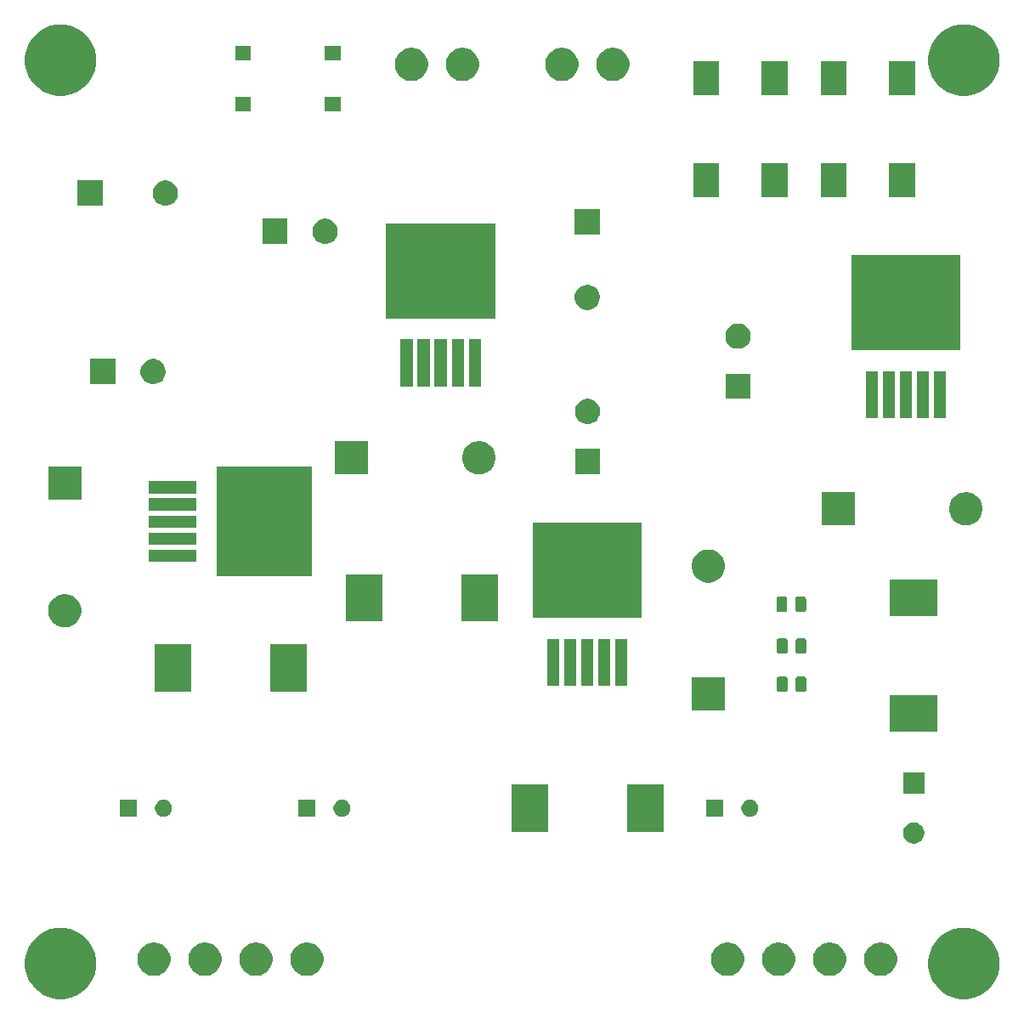
<source format=gbr>
G04 #@! TF.GenerationSoftware,KiCad,Pcbnew,(5.1.5)-3*
G04 #@! TF.CreationDate,2020-04-21T19:46:43+02:00*
G04 #@! TF.ProjectId,PowerSupply_v2,506f7765-7253-4757-9070-6c795f76322e,rev?*
G04 #@! TF.SameCoordinates,Original*
G04 #@! TF.FileFunction,Soldermask,Top*
G04 #@! TF.FilePolarity,Negative*
%FSLAX46Y46*%
G04 Gerber Fmt 4.6, Leading zero omitted, Abs format (unit mm)*
G04 Created by KiCad (PCBNEW (5.1.5)-3) date 2020-04-21 19:46:43*
%MOMM*%
%LPD*%
G04 APERTURE LIST*
%ADD10C,0.100000*%
G04 APERTURE END LIST*
D10*
G36*
X196035787Y-141585462D02*
G01*
X196035790Y-141585463D01*
X196035789Y-141585463D01*
X196682029Y-141853144D01*
X197263631Y-142241758D01*
X197758242Y-142736369D01*
X198146856Y-143317971D01*
X198146856Y-143317972D01*
X198414538Y-143964213D01*
X198551000Y-144650256D01*
X198551000Y-145349744D01*
X198414538Y-146035787D01*
X198361181Y-146164603D01*
X198146856Y-146682029D01*
X197758242Y-147263631D01*
X197263631Y-147758242D01*
X196682029Y-148146856D01*
X196225068Y-148336135D01*
X196035787Y-148414538D01*
X195349744Y-148551000D01*
X194650256Y-148551000D01*
X193964213Y-148414538D01*
X193774932Y-148336135D01*
X193317971Y-148146856D01*
X192736369Y-147758242D01*
X192241758Y-147263631D01*
X191853144Y-146682029D01*
X191638819Y-146164603D01*
X191585462Y-146035787D01*
X191449000Y-145349744D01*
X191449000Y-144650256D01*
X191585462Y-143964213D01*
X191853144Y-143317972D01*
X191853144Y-143317971D01*
X192241758Y-142736369D01*
X192736369Y-142241758D01*
X193317971Y-141853144D01*
X193964211Y-141585463D01*
X193964210Y-141585463D01*
X193964213Y-141585462D01*
X194650256Y-141449000D01*
X195349744Y-141449000D01*
X196035787Y-141585462D01*
G37*
G36*
X106035787Y-141585462D02*
G01*
X106035790Y-141585463D01*
X106035789Y-141585463D01*
X106682029Y-141853144D01*
X107263631Y-142241758D01*
X107758242Y-142736369D01*
X108146856Y-143317971D01*
X108146856Y-143317972D01*
X108414538Y-143964213D01*
X108551000Y-144650256D01*
X108551000Y-145349744D01*
X108414538Y-146035787D01*
X108361181Y-146164603D01*
X108146856Y-146682029D01*
X107758242Y-147263631D01*
X107263631Y-147758242D01*
X106682029Y-148146856D01*
X106225068Y-148336135D01*
X106035787Y-148414538D01*
X105349744Y-148551000D01*
X104650256Y-148551000D01*
X103964213Y-148414538D01*
X103774932Y-148336135D01*
X103317971Y-148146856D01*
X102736369Y-147758242D01*
X102241758Y-147263631D01*
X101853144Y-146682029D01*
X101638819Y-146164603D01*
X101585462Y-146035787D01*
X101449000Y-145349744D01*
X101449000Y-144650256D01*
X101585462Y-143964213D01*
X101853144Y-143317972D01*
X101853144Y-143317971D01*
X102241758Y-142736369D01*
X102736369Y-142241758D01*
X103317971Y-141853144D01*
X103964211Y-141585463D01*
X103964210Y-141585463D01*
X103964213Y-141585462D01*
X104650256Y-141449000D01*
X105349744Y-141449000D01*
X106035787Y-141585462D01*
G37*
G36*
X187065256Y-142968348D02*
G01*
X187171579Y-142989497D01*
X187472042Y-143113953D01*
X187742451Y-143294635D01*
X187972415Y-143524599D01*
X187972416Y-143524601D01*
X188153098Y-143795010D01*
X188277553Y-144095472D01*
X188341000Y-144414439D01*
X188341000Y-144739661D01*
X188277553Y-145058628D01*
X188156970Y-145349743D01*
X188153097Y-145359092D01*
X187972415Y-145629501D01*
X187742451Y-145859465D01*
X187472042Y-146040147D01*
X187171579Y-146164603D01*
X187065256Y-146185752D01*
X186852611Y-146228050D01*
X186527389Y-146228050D01*
X186314744Y-146185752D01*
X186208421Y-146164603D01*
X185907958Y-146040147D01*
X185637549Y-145859465D01*
X185407585Y-145629501D01*
X185226903Y-145359092D01*
X185223031Y-145349743D01*
X185102447Y-145058628D01*
X185039000Y-144739661D01*
X185039000Y-144414439D01*
X185102447Y-144095472D01*
X185226902Y-143795010D01*
X185407584Y-143524601D01*
X185407585Y-143524599D01*
X185637549Y-143294635D01*
X185907958Y-143113953D01*
X186208421Y-142989497D01*
X186314744Y-142968348D01*
X186527389Y-142926050D01*
X186852611Y-142926050D01*
X187065256Y-142968348D01*
G37*
G36*
X176905256Y-142968348D02*
G01*
X177011579Y-142989497D01*
X177312042Y-143113953D01*
X177582451Y-143294635D01*
X177812415Y-143524599D01*
X177812416Y-143524601D01*
X177993098Y-143795010D01*
X178117553Y-144095472D01*
X178181000Y-144414439D01*
X178181000Y-144739661D01*
X178117553Y-145058628D01*
X177996970Y-145349743D01*
X177993097Y-145359092D01*
X177812415Y-145629501D01*
X177582451Y-145859465D01*
X177312042Y-146040147D01*
X177011579Y-146164603D01*
X176905256Y-146185752D01*
X176692611Y-146228050D01*
X176367389Y-146228050D01*
X176154744Y-146185752D01*
X176048421Y-146164603D01*
X175747958Y-146040147D01*
X175477549Y-145859465D01*
X175247585Y-145629501D01*
X175066903Y-145359092D01*
X175063031Y-145349743D01*
X174942447Y-145058628D01*
X174879000Y-144739661D01*
X174879000Y-144414439D01*
X174942447Y-144095472D01*
X175066902Y-143795010D01*
X175247584Y-143524601D01*
X175247585Y-143524599D01*
X175477549Y-143294635D01*
X175747958Y-143113953D01*
X176048421Y-142989497D01*
X176154744Y-142968348D01*
X176367389Y-142926050D01*
X176692611Y-142926050D01*
X176905256Y-142968348D01*
G37*
G36*
X129915256Y-142968348D02*
G01*
X130021579Y-142989497D01*
X130322042Y-143113953D01*
X130592451Y-143294635D01*
X130822415Y-143524599D01*
X130822416Y-143524601D01*
X131003098Y-143795010D01*
X131127553Y-144095472D01*
X131191000Y-144414439D01*
X131191000Y-144739661D01*
X131127553Y-145058628D01*
X131006970Y-145349743D01*
X131003097Y-145359092D01*
X130822415Y-145629501D01*
X130592451Y-145859465D01*
X130322042Y-146040147D01*
X130021579Y-146164603D01*
X129915256Y-146185752D01*
X129702611Y-146228050D01*
X129377389Y-146228050D01*
X129164744Y-146185752D01*
X129058421Y-146164603D01*
X128757958Y-146040147D01*
X128487549Y-145859465D01*
X128257585Y-145629501D01*
X128076903Y-145359092D01*
X128073031Y-145349743D01*
X127952447Y-145058628D01*
X127889000Y-144739661D01*
X127889000Y-144414439D01*
X127952447Y-144095472D01*
X128076902Y-143795010D01*
X128257584Y-143524601D01*
X128257585Y-143524599D01*
X128487549Y-143294635D01*
X128757958Y-143113953D01*
X129058421Y-142989497D01*
X129164744Y-142968348D01*
X129377389Y-142926050D01*
X129702611Y-142926050D01*
X129915256Y-142968348D01*
G37*
G36*
X124835256Y-142968348D02*
G01*
X124941579Y-142989497D01*
X125242042Y-143113953D01*
X125512451Y-143294635D01*
X125742415Y-143524599D01*
X125742416Y-143524601D01*
X125923098Y-143795010D01*
X126047553Y-144095472D01*
X126111000Y-144414439D01*
X126111000Y-144739661D01*
X126047553Y-145058628D01*
X125926970Y-145349743D01*
X125923097Y-145359092D01*
X125742415Y-145629501D01*
X125512451Y-145859465D01*
X125242042Y-146040147D01*
X124941579Y-146164603D01*
X124835256Y-146185752D01*
X124622611Y-146228050D01*
X124297389Y-146228050D01*
X124084744Y-146185752D01*
X123978421Y-146164603D01*
X123677958Y-146040147D01*
X123407549Y-145859465D01*
X123177585Y-145629501D01*
X122996903Y-145359092D01*
X122993031Y-145349743D01*
X122872447Y-145058628D01*
X122809000Y-144739661D01*
X122809000Y-144414439D01*
X122872447Y-144095472D01*
X122996902Y-143795010D01*
X123177584Y-143524601D01*
X123177585Y-143524599D01*
X123407549Y-143294635D01*
X123677958Y-143113953D01*
X123978421Y-142989497D01*
X124084744Y-142968348D01*
X124297389Y-142926050D01*
X124622611Y-142926050D01*
X124835256Y-142968348D01*
G37*
G36*
X114675256Y-142968348D02*
G01*
X114781579Y-142989497D01*
X115082042Y-143113953D01*
X115352451Y-143294635D01*
X115582415Y-143524599D01*
X115582416Y-143524601D01*
X115763098Y-143795010D01*
X115887553Y-144095472D01*
X115951000Y-144414439D01*
X115951000Y-144739661D01*
X115887553Y-145058628D01*
X115766970Y-145349743D01*
X115763097Y-145359092D01*
X115582415Y-145629501D01*
X115352451Y-145859465D01*
X115082042Y-146040147D01*
X114781579Y-146164603D01*
X114675256Y-146185752D01*
X114462611Y-146228050D01*
X114137389Y-146228050D01*
X113924744Y-146185752D01*
X113818421Y-146164603D01*
X113517958Y-146040147D01*
X113247549Y-145859465D01*
X113017585Y-145629501D01*
X112836903Y-145359092D01*
X112833031Y-145349743D01*
X112712447Y-145058628D01*
X112649000Y-144739661D01*
X112649000Y-144414439D01*
X112712447Y-144095472D01*
X112836902Y-143795010D01*
X113017584Y-143524601D01*
X113017585Y-143524599D01*
X113247549Y-143294635D01*
X113517958Y-143113953D01*
X113818421Y-142989497D01*
X113924744Y-142968348D01*
X114137389Y-142926050D01*
X114462611Y-142926050D01*
X114675256Y-142968348D01*
G37*
G36*
X171825256Y-142968348D02*
G01*
X171931579Y-142989497D01*
X172232042Y-143113953D01*
X172502451Y-143294635D01*
X172732415Y-143524599D01*
X172732416Y-143524601D01*
X172913098Y-143795010D01*
X173037553Y-144095472D01*
X173101000Y-144414439D01*
X173101000Y-144739661D01*
X173037553Y-145058628D01*
X172916970Y-145349743D01*
X172913097Y-145359092D01*
X172732415Y-145629501D01*
X172502451Y-145859465D01*
X172232042Y-146040147D01*
X171931579Y-146164603D01*
X171825256Y-146185752D01*
X171612611Y-146228050D01*
X171287389Y-146228050D01*
X171074744Y-146185752D01*
X170968421Y-146164603D01*
X170667958Y-146040147D01*
X170397549Y-145859465D01*
X170167585Y-145629501D01*
X169986903Y-145359092D01*
X169983031Y-145349743D01*
X169862447Y-145058628D01*
X169799000Y-144739661D01*
X169799000Y-144414439D01*
X169862447Y-144095472D01*
X169986902Y-143795010D01*
X170167584Y-143524601D01*
X170167585Y-143524599D01*
X170397549Y-143294635D01*
X170667958Y-143113953D01*
X170968421Y-142989497D01*
X171074744Y-142968348D01*
X171287389Y-142926050D01*
X171612611Y-142926050D01*
X171825256Y-142968348D01*
G37*
G36*
X181985256Y-142968348D02*
G01*
X182091579Y-142989497D01*
X182392042Y-143113953D01*
X182662451Y-143294635D01*
X182892415Y-143524599D01*
X182892416Y-143524601D01*
X183073098Y-143795010D01*
X183197553Y-144095472D01*
X183261000Y-144414439D01*
X183261000Y-144739661D01*
X183197553Y-145058628D01*
X183076970Y-145349743D01*
X183073097Y-145359092D01*
X182892415Y-145629501D01*
X182662451Y-145859465D01*
X182392042Y-146040147D01*
X182091579Y-146164603D01*
X181985256Y-146185752D01*
X181772611Y-146228050D01*
X181447389Y-146228050D01*
X181234744Y-146185752D01*
X181128421Y-146164603D01*
X180827958Y-146040147D01*
X180557549Y-145859465D01*
X180327585Y-145629501D01*
X180146903Y-145359092D01*
X180143031Y-145349743D01*
X180022447Y-145058628D01*
X179959000Y-144739661D01*
X179959000Y-144414439D01*
X180022447Y-144095472D01*
X180146902Y-143795010D01*
X180327584Y-143524601D01*
X180327585Y-143524599D01*
X180557549Y-143294635D01*
X180827958Y-143113953D01*
X181128421Y-142989497D01*
X181234744Y-142968348D01*
X181447389Y-142926050D01*
X181772611Y-142926050D01*
X181985256Y-142968348D01*
G37*
G36*
X119755256Y-142968348D02*
G01*
X119861579Y-142989497D01*
X120162042Y-143113953D01*
X120432451Y-143294635D01*
X120662415Y-143524599D01*
X120662416Y-143524601D01*
X120843098Y-143795010D01*
X120967553Y-144095472D01*
X121031000Y-144414439D01*
X121031000Y-144739661D01*
X120967553Y-145058628D01*
X120846970Y-145349743D01*
X120843097Y-145359092D01*
X120662415Y-145629501D01*
X120432451Y-145859465D01*
X120162042Y-146040147D01*
X119861579Y-146164603D01*
X119755256Y-146185752D01*
X119542611Y-146228050D01*
X119217389Y-146228050D01*
X119004744Y-146185752D01*
X118898421Y-146164603D01*
X118597958Y-146040147D01*
X118327549Y-145859465D01*
X118097585Y-145629501D01*
X117916903Y-145359092D01*
X117913031Y-145349743D01*
X117792447Y-145058628D01*
X117729000Y-144739661D01*
X117729000Y-144414439D01*
X117792447Y-144095472D01*
X117916902Y-143795010D01*
X118097584Y-143524601D01*
X118097585Y-143524599D01*
X118327549Y-143294635D01*
X118597958Y-143113953D01*
X118898421Y-142989497D01*
X119004744Y-142968348D01*
X119217389Y-142926050D01*
X119542611Y-142926050D01*
X119755256Y-142968348D01*
G37*
G36*
X190306564Y-130989389D02*
G01*
X190497833Y-131068615D01*
X190497835Y-131068616D01*
X190669973Y-131183635D01*
X190816365Y-131330027D01*
X190931385Y-131502167D01*
X191010611Y-131693436D01*
X191051000Y-131896484D01*
X191051000Y-132103516D01*
X191010611Y-132306564D01*
X190931385Y-132497833D01*
X190931384Y-132497835D01*
X190816365Y-132669973D01*
X190669973Y-132816365D01*
X190497835Y-132931384D01*
X190497834Y-132931385D01*
X190497833Y-132931385D01*
X190306564Y-133010611D01*
X190103516Y-133051000D01*
X189896484Y-133051000D01*
X189693436Y-133010611D01*
X189502167Y-132931385D01*
X189502166Y-132931385D01*
X189502165Y-132931384D01*
X189330027Y-132816365D01*
X189183635Y-132669973D01*
X189068616Y-132497835D01*
X189068615Y-132497833D01*
X188989389Y-132306564D01*
X188949000Y-132103516D01*
X188949000Y-131896484D01*
X188989389Y-131693436D01*
X189068615Y-131502167D01*
X189183635Y-131330027D01*
X189330027Y-131183635D01*
X189502165Y-131068616D01*
X189502167Y-131068615D01*
X189693436Y-130989389D01*
X189896484Y-130949000D01*
X190103516Y-130949000D01*
X190306564Y-130989389D01*
G37*
G36*
X153566000Y-131891000D02*
G01*
X149964000Y-131891000D01*
X149964000Y-127189000D01*
X153566000Y-127189000D01*
X153566000Y-131891000D01*
G37*
G36*
X165066000Y-131891000D02*
G01*
X161464000Y-131891000D01*
X161464000Y-127189000D01*
X165066000Y-127189000D01*
X165066000Y-131891000D01*
G37*
G36*
X173928228Y-128721703D02*
G01*
X174083100Y-128785853D01*
X174222481Y-128878985D01*
X174341015Y-128997519D01*
X174434147Y-129136900D01*
X174498297Y-129291772D01*
X174531000Y-129456184D01*
X174531000Y-129623816D01*
X174498297Y-129788228D01*
X174434147Y-129943100D01*
X174341015Y-130082481D01*
X174222481Y-130201015D01*
X174083100Y-130294147D01*
X173928228Y-130358297D01*
X173763816Y-130391000D01*
X173596184Y-130391000D01*
X173431772Y-130358297D01*
X173276900Y-130294147D01*
X173137519Y-130201015D01*
X173018985Y-130082481D01*
X172925853Y-129943100D01*
X172861703Y-129788228D01*
X172829000Y-129623816D01*
X172829000Y-129456184D01*
X172861703Y-129291772D01*
X172925853Y-129136900D01*
X173018985Y-128997519D01*
X173137519Y-128878985D01*
X173276900Y-128785853D01*
X173431772Y-128721703D01*
X173596184Y-128689000D01*
X173763816Y-128689000D01*
X173928228Y-128721703D01*
G37*
G36*
X115508228Y-128721703D02*
G01*
X115663100Y-128785853D01*
X115802481Y-128878985D01*
X115921015Y-128997519D01*
X116014147Y-129136900D01*
X116078297Y-129291772D01*
X116111000Y-129456184D01*
X116111000Y-129623816D01*
X116078297Y-129788228D01*
X116014147Y-129943100D01*
X115921015Y-130082481D01*
X115802481Y-130201015D01*
X115663100Y-130294147D01*
X115508228Y-130358297D01*
X115343816Y-130391000D01*
X115176184Y-130391000D01*
X115011772Y-130358297D01*
X114856900Y-130294147D01*
X114717519Y-130201015D01*
X114598985Y-130082481D01*
X114505853Y-129943100D01*
X114441703Y-129788228D01*
X114409000Y-129623816D01*
X114409000Y-129456184D01*
X114441703Y-129291772D01*
X114505853Y-129136900D01*
X114598985Y-128997519D01*
X114717519Y-128878985D01*
X114856900Y-128785853D01*
X115011772Y-128721703D01*
X115176184Y-128689000D01*
X115343816Y-128689000D01*
X115508228Y-128721703D01*
G37*
G36*
X112611000Y-130391000D02*
G01*
X110909000Y-130391000D01*
X110909000Y-128689000D01*
X112611000Y-128689000D01*
X112611000Y-130391000D01*
G37*
G36*
X130391000Y-130391000D02*
G01*
X128689000Y-130391000D01*
X128689000Y-128689000D01*
X130391000Y-128689000D01*
X130391000Y-130391000D01*
G37*
G36*
X171031000Y-130391000D02*
G01*
X169329000Y-130391000D01*
X169329000Y-128689000D01*
X171031000Y-128689000D01*
X171031000Y-130391000D01*
G37*
G36*
X133288228Y-128721703D02*
G01*
X133443100Y-128785853D01*
X133582481Y-128878985D01*
X133701015Y-128997519D01*
X133794147Y-129136900D01*
X133858297Y-129291772D01*
X133891000Y-129456184D01*
X133891000Y-129623816D01*
X133858297Y-129788228D01*
X133794147Y-129943100D01*
X133701015Y-130082481D01*
X133582481Y-130201015D01*
X133443100Y-130294147D01*
X133288228Y-130358297D01*
X133123816Y-130391000D01*
X132956184Y-130391000D01*
X132791772Y-130358297D01*
X132636900Y-130294147D01*
X132497519Y-130201015D01*
X132378985Y-130082481D01*
X132285853Y-129943100D01*
X132221703Y-129788228D01*
X132189000Y-129623816D01*
X132189000Y-129456184D01*
X132221703Y-129291772D01*
X132285853Y-129136900D01*
X132378985Y-128997519D01*
X132497519Y-128878985D01*
X132636900Y-128785853D01*
X132791772Y-128721703D01*
X132956184Y-128689000D01*
X133123816Y-128689000D01*
X133288228Y-128721703D01*
G37*
G36*
X191051000Y-128051000D02*
G01*
X188949000Y-128051000D01*
X188949000Y-125949000D01*
X191051000Y-125949000D01*
X191051000Y-128051000D01*
G37*
G36*
X192351000Y-121886000D02*
G01*
X187649000Y-121886000D01*
X187649000Y-118284000D01*
X192351000Y-118284000D01*
X192351000Y-121886000D01*
G37*
G36*
X171196000Y-119761000D02*
G01*
X167894000Y-119761000D01*
X167894000Y-116459000D01*
X171196000Y-116459000D01*
X171196000Y-119761000D01*
G37*
G36*
X179139468Y-116438615D02*
G01*
X179178138Y-116450346D01*
X179213777Y-116469396D01*
X179245017Y-116495033D01*
X179270654Y-116526273D01*
X179289704Y-116561912D01*
X179301435Y-116600582D01*
X179306000Y-116646938D01*
X179306000Y-117723162D01*
X179301435Y-117769518D01*
X179289704Y-117808188D01*
X179270654Y-117843827D01*
X179245017Y-117875067D01*
X179213777Y-117900704D01*
X179178138Y-117919754D01*
X179139468Y-117931485D01*
X179093112Y-117936050D01*
X178441888Y-117936050D01*
X178395532Y-117931485D01*
X178356862Y-117919754D01*
X178321223Y-117900704D01*
X178289983Y-117875067D01*
X178264346Y-117843827D01*
X178245296Y-117808188D01*
X178233565Y-117769518D01*
X178229000Y-117723162D01*
X178229000Y-116646938D01*
X178233565Y-116600582D01*
X178245296Y-116561912D01*
X178264346Y-116526273D01*
X178289983Y-116495033D01*
X178321223Y-116469396D01*
X178356862Y-116450346D01*
X178395532Y-116438615D01*
X178441888Y-116434050D01*
X179093112Y-116434050D01*
X179139468Y-116438615D01*
G37*
G36*
X177264468Y-116438615D02*
G01*
X177303138Y-116450346D01*
X177338777Y-116469396D01*
X177370017Y-116495033D01*
X177395654Y-116526273D01*
X177414704Y-116561912D01*
X177426435Y-116600582D01*
X177431000Y-116646938D01*
X177431000Y-117723162D01*
X177426435Y-117769518D01*
X177414704Y-117808188D01*
X177395654Y-117843827D01*
X177370017Y-117875067D01*
X177338777Y-117900704D01*
X177303138Y-117919754D01*
X177264468Y-117931485D01*
X177218112Y-117936050D01*
X176566888Y-117936050D01*
X176520532Y-117931485D01*
X176481862Y-117919754D01*
X176446223Y-117900704D01*
X176414983Y-117875067D01*
X176389346Y-117843827D01*
X176370296Y-117808188D01*
X176358565Y-117769518D01*
X176354000Y-117723162D01*
X176354000Y-116646938D01*
X176358565Y-116600582D01*
X176370296Y-116561912D01*
X176389346Y-116526273D01*
X176414983Y-116495033D01*
X176446223Y-116469396D01*
X176481862Y-116450346D01*
X176520532Y-116438615D01*
X176566888Y-116434050D01*
X177218112Y-116434050D01*
X177264468Y-116438615D01*
G37*
G36*
X118006000Y-117921000D02*
G01*
X114404000Y-117921000D01*
X114404000Y-113219000D01*
X118006000Y-113219000D01*
X118006000Y-117921000D01*
G37*
G36*
X129506000Y-117921000D02*
G01*
X125904000Y-117921000D01*
X125904000Y-113219000D01*
X129506000Y-113219000D01*
X129506000Y-117921000D01*
G37*
G36*
X159781000Y-117346000D02*
G01*
X158579000Y-117346000D01*
X158579000Y-112644000D01*
X159781000Y-112644000D01*
X159781000Y-117346000D01*
G37*
G36*
X158081000Y-117346000D02*
G01*
X156879000Y-117346000D01*
X156879000Y-112644000D01*
X158081000Y-112644000D01*
X158081000Y-117346000D01*
G37*
G36*
X156381000Y-117346000D02*
G01*
X155179000Y-117346000D01*
X155179000Y-112644000D01*
X156381000Y-112644000D01*
X156381000Y-117346000D01*
G37*
G36*
X154681000Y-117346000D02*
G01*
X153479000Y-117346000D01*
X153479000Y-112644000D01*
X154681000Y-112644000D01*
X154681000Y-117346000D01*
G37*
G36*
X161481000Y-117346000D02*
G01*
X160279000Y-117346000D01*
X160279000Y-112644000D01*
X161481000Y-112644000D01*
X161481000Y-117346000D01*
G37*
G36*
X177264468Y-112628615D02*
G01*
X177303138Y-112640346D01*
X177338777Y-112659396D01*
X177370017Y-112685033D01*
X177395654Y-112716273D01*
X177414704Y-112751912D01*
X177426435Y-112790582D01*
X177431000Y-112836938D01*
X177431000Y-113913162D01*
X177426435Y-113959518D01*
X177414704Y-113998188D01*
X177395654Y-114033827D01*
X177370017Y-114065067D01*
X177338777Y-114090704D01*
X177303138Y-114109754D01*
X177264468Y-114121485D01*
X177218112Y-114126050D01*
X176566888Y-114126050D01*
X176520532Y-114121485D01*
X176481862Y-114109754D01*
X176446223Y-114090704D01*
X176414983Y-114065067D01*
X176389346Y-114033827D01*
X176370296Y-113998188D01*
X176358565Y-113959518D01*
X176354000Y-113913162D01*
X176354000Y-112836938D01*
X176358565Y-112790582D01*
X176370296Y-112751912D01*
X176389346Y-112716273D01*
X176414983Y-112685033D01*
X176446223Y-112659396D01*
X176481862Y-112640346D01*
X176520532Y-112628615D01*
X176566888Y-112624050D01*
X177218112Y-112624050D01*
X177264468Y-112628615D01*
G37*
G36*
X179139468Y-112628615D02*
G01*
X179178138Y-112640346D01*
X179213777Y-112659396D01*
X179245017Y-112685033D01*
X179270654Y-112716273D01*
X179289704Y-112751912D01*
X179301435Y-112790582D01*
X179306000Y-112836938D01*
X179306000Y-113913162D01*
X179301435Y-113959518D01*
X179289704Y-113998188D01*
X179270654Y-114033827D01*
X179245017Y-114065067D01*
X179213777Y-114090704D01*
X179178138Y-114109754D01*
X179139468Y-114121485D01*
X179093112Y-114126050D01*
X178441888Y-114126050D01*
X178395532Y-114121485D01*
X178356862Y-114109754D01*
X178321223Y-114090704D01*
X178289983Y-114065067D01*
X178264346Y-114033827D01*
X178245296Y-113998188D01*
X178233565Y-113959518D01*
X178229000Y-113913162D01*
X178229000Y-112836938D01*
X178233565Y-112790582D01*
X178245296Y-112751912D01*
X178264346Y-112716273D01*
X178289983Y-112685033D01*
X178321223Y-112659396D01*
X178356862Y-112640346D01*
X178395532Y-112628615D01*
X178441888Y-112624050D01*
X179093112Y-112624050D01*
X179139468Y-112628615D01*
G37*
G36*
X105785256Y-108246298D02*
G01*
X105891579Y-108267447D01*
X106192042Y-108391903D01*
X106462451Y-108572585D01*
X106692415Y-108802549D01*
X106873097Y-109072958D01*
X106997553Y-109373421D01*
X107061000Y-109692391D01*
X107061000Y-110017609D01*
X106997553Y-110336579D01*
X106873097Y-110637042D01*
X106692415Y-110907451D01*
X106462451Y-111137415D01*
X106192042Y-111318097D01*
X105891579Y-111442553D01*
X105785256Y-111463702D01*
X105572611Y-111506000D01*
X105247389Y-111506000D01*
X105034744Y-111463702D01*
X104928421Y-111442553D01*
X104627958Y-111318097D01*
X104357549Y-111137415D01*
X104127585Y-110907451D01*
X103946903Y-110637042D01*
X103822447Y-110336579D01*
X103759000Y-110017609D01*
X103759000Y-109692391D01*
X103822447Y-109373421D01*
X103946903Y-109072958D01*
X104127585Y-108802549D01*
X104357549Y-108572585D01*
X104627958Y-108391903D01*
X104928421Y-108267447D01*
X105034744Y-108246298D01*
X105247389Y-108204000D01*
X105572611Y-108204000D01*
X105785256Y-108246298D01*
G37*
G36*
X148556000Y-110936000D02*
G01*
X144954000Y-110936000D01*
X144954000Y-106234000D01*
X148556000Y-106234000D01*
X148556000Y-110936000D01*
G37*
G36*
X137056000Y-110936000D02*
G01*
X133454000Y-110936000D01*
X133454000Y-106234000D01*
X137056000Y-106234000D01*
X137056000Y-110936000D01*
G37*
G36*
X162931000Y-110596000D02*
G01*
X152029000Y-110596000D01*
X152029000Y-101094000D01*
X162931000Y-101094000D01*
X162931000Y-110596000D01*
G37*
G36*
X192351000Y-110386000D02*
G01*
X187649000Y-110386000D01*
X187649000Y-106784000D01*
X192351000Y-106784000D01*
X192351000Y-110386000D01*
G37*
G36*
X179109468Y-108473565D02*
G01*
X179148138Y-108485296D01*
X179183777Y-108504346D01*
X179215017Y-108529983D01*
X179240654Y-108561223D01*
X179259704Y-108596862D01*
X179271435Y-108635532D01*
X179276000Y-108681888D01*
X179276000Y-109758112D01*
X179271435Y-109804468D01*
X179259704Y-109843138D01*
X179240654Y-109878777D01*
X179215017Y-109910017D01*
X179183777Y-109935654D01*
X179148138Y-109954704D01*
X179109468Y-109966435D01*
X179063112Y-109971000D01*
X178411888Y-109971000D01*
X178365532Y-109966435D01*
X178326862Y-109954704D01*
X178291223Y-109935654D01*
X178259983Y-109910017D01*
X178234346Y-109878777D01*
X178215296Y-109843138D01*
X178203565Y-109804468D01*
X178199000Y-109758112D01*
X178199000Y-108681888D01*
X178203565Y-108635532D01*
X178215296Y-108596862D01*
X178234346Y-108561223D01*
X178259983Y-108529983D01*
X178291223Y-108504346D01*
X178326862Y-108485296D01*
X178365532Y-108473565D01*
X178411888Y-108469000D01*
X179063112Y-108469000D01*
X179109468Y-108473565D01*
G37*
G36*
X177234468Y-108473565D02*
G01*
X177273138Y-108485296D01*
X177308777Y-108504346D01*
X177340017Y-108529983D01*
X177365654Y-108561223D01*
X177384704Y-108596862D01*
X177396435Y-108635532D01*
X177401000Y-108681888D01*
X177401000Y-109758112D01*
X177396435Y-109804468D01*
X177384704Y-109843138D01*
X177365654Y-109878777D01*
X177340017Y-109910017D01*
X177308777Y-109935654D01*
X177273138Y-109954704D01*
X177234468Y-109966435D01*
X177188112Y-109971000D01*
X176536888Y-109971000D01*
X176490532Y-109966435D01*
X176451862Y-109954704D01*
X176416223Y-109935654D01*
X176384983Y-109910017D01*
X176359346Y-109878777D01*
X176340296Y-109843138D01*
X176328565Y-109804468D01*
X176324000Y-109758112D01*
X176324000Y-108681888D01*
X176328565Y-108635532D01*
X176340296Y-108596862D01*
X176359346Y-108561223D01*
X176384983Y-108529983D01*
X176416223Y-108504346D01*
X176451862Y-108485296D01*
X176490532Y-108473565D01*
X176536888Y-108469000D01*
X177188112Y-108469000D01*
X177234468Y-108473565D01*
G37*
G36*
X169920256Y-103801298D02*
G01*
X170026579Y-103822447D01*
X170327042Y-103946903D01*
X170597451Y-104127585D01*
X170827415Y-104357549D01*
X171008097Y-104627958D01*
X171132553Y-104928421D01*
X171196000Y-105247391D01*
X171196000Y-105572609D01*
X171132553Y-105891579D01*
X171008097Y-106192042D01*
X170827415Y-106462451D01*
X170597451Y-106692415D01*
X170327042Y-106873097D01*
X170026579Y-106997553D01*
X169920256Y-107018702D01*
X169707611Y-107061000D01*
X169382389Y-107061000D01*
X169169744Y-107018702D01*
X169063421Y-106997553D01*
X168762958Y-106873097D01*
X168492549Y-106692415D01*
X168262585Y-106462451D01*
X168081903Y-106192042D01*
X167957447Y-105891579D01*
X167894000Y-105572609D01*
X167894000Y-105247391D01*
X167957447Y-104928421D01*
X168081903Y-104627958D01*
X168262585Y-104357549D01*
X168492549Y-104127585D01*
X168762958Y-103946903D01*
X169063421Y-103822447D01*
X169169744Y-103801298D01*
X169382389Y-103759000D01*
X169707611Y-103759000D01*
X169920256Y-103801298D01*
G37*
G36*
X130046000Y-106416000D02*
G01*
X120544000Y-106416000D01*
X120544000Y-95514000D01*
X130046000Y-95514000D01*
X130046000Y-106416000D01*
G37*
G36*
X118496000Y-104966000D02*
G01*
X113794000Y-104966000D01*
X113794000Y-103764000D01*
X118496000Y-103764000D01*
X118496000Y-104966000D01*
G37*
G36*
X118496000Y-103266000D02*
G01*
X113794000Y-103266000D01*
X113794000Y-102064000D01*
X118496000Y-102064000D01*
X118496000Y-103266000D01*
G37*
G36*
X118496000Y-101566000D02*
G01*
X113794000Y-101566000D01*
X113794000Y-100364000D01*
X118496000Y-100364000D01*
X118496000Y-101566000D01*
G37*
G36*
X184151000Y-101346000D02*
G01*
X180849000Y-101346000D01*
X180849000Y-98044000D01*
X184151000Y-98044000D01*
X184151000Y-101346000D01*
G37*
G36*
X195575256Y-98086298D02*
G01*
X195681579Y-98107447D01*
X195982042Y-98231903D01*
X196252451Y-98412585D01*
X196482415Y-98642549D01*
X196663097Y-98912958D01*
X196787553Y-99213421D01*
X196851000Y-99532391D01*
X196851000Y-99857609D01*
X196787553Y-100176579D01*
X196663097Y-100477042D01*
X196482415Y-100747451D01*
X196252451Y-100977415D01*
X195982042Y-101158097D01*
X195681579Y-101282553D01*
X195575256Y-101303702D01*
X195362611Y-101346000D01*
X195037389Y-101346000D01*
X194824744Y-101303702D01*
X194718421Y-101282553D01*
X194417958Y-101158097D01*
X194147549Y-100977415D01*
X193917585Y-100747451D01*
X193736903Y-100477042D01*
X193612447Y-100176579D01*
X193549000Y-99857609D01*
X193549000Y-99532391D01*
X193612447Y-99213421D01*
X193736903Y-98912958D01*
X193917585Y-98642549D01*
X194147549Y-98412585D01*
X194417958Y-98231903D01*
X194718421Y-98107447D01*
X194824744Y-98086298D01*
X195037389Y-98044000D01*
X195362611Y-98044000D01*
X195575256Y-98086298D01*
G37*
G36*
X118496000Y-99866000D02*
G01*
X113794000Y-99866000D01*
X113794000Y-98664000D01*
X118496000Y-98664000D01*
X118496000Y-99866000D01*
G37*
G36*
X107061000Y-98806000D02*
G01*
X103759000Y-98806000D01*
X103759000Y-95504000D01*
X107061000Y-95504000D01*
X107061000Y-98806000D01*
G37*
G36*
X118496000Y-98166000D02*
G01*
X113794000Y-98166000D01*
X113794000Y-96964000D01*
X118496000Y-96964000D01*
X118496000Y-98166000D01*
G37*
G36*
X147060256Y-93006298D02*
G01*
X147166579Y-93027447D01*
X147467042Y-93151903D01*
X147737451Y-93332585D01*
X147967415Y-93562549D01*
X148148097Y-93832958D01*
X148272553Y-94133421D01*
X148336000Y-94452391D01*
X148336000Y-94777609D01*
X148272553Y-95096579D01*
X148148097Y-95397042D01*
X147967415Y-95667451D01*
X147737451Y-95897415D01*
X147467042Y-96078097D01*
X147166579Y-96202553D01*
X147060256Y-96223702D01*
X146847611Y-96266000D01*
X146522389Y-96266000D01*
X146309744Y-96223702D01*
X146203421Y-96202553D01*
X145902958Y-96078097D01*
X145632549Y-95897415D01*
X145402585Y-95667451D01*
X145221903Y-95397042D01*
X145097447Y-95096579D01*
X145034000Y-94777609D01*
X145034000Y-94452391D01*
X145097447Y-94133421D01*
X145221903Y-93832958D01*
X145402585Y-93562549D01*
X145632549Y-93332585D01*
X145902958Y-93151903D01*
X146203421Y-93027447D01*
X146309744Y-93006298D01*
X146522389Y-92964000D01*
X146847611Y-92964000D01*
X147060256Y-93006298D01*
G37*
G36*
X135636000Y-96266000D02*
G01*
X132334000Y-96266000D01*
X132334000Y-92964000D01*
X135636000Y-92964000D01*
X135636000Y-96266000D01*
G37*
G36*
X158751000Y-96251000D02*
G01*
X156249000Y-96251000D01*
X156249000Y-93749000D01*
X158751000Y-93749000D01*
X158751000Y-96251000D01*
G37*
G36*
X157864903Y-88797075D02*
G01*
X158092571Y-88891378D01*
X158297466Y-89028285D01*
X158471715Y-89202534D01*
X158608622Y-89407429D01*
X158702925Y-89635097D01*
X158751000Y-89876787D01*
X158751000Y-90123213D01*
X158702925Y-90364903D01*
X158608622Y-90592571D01*
X158471715Y-90797466D01*
X158297466Y-90971715D01*
X158092571Y-91108622D01*
X158092570Y-91108623D01*
X158092569Y-91108623D01*
X157864903Y-91202925D01*
X157623214Y-91251000D01*
X157376786Y-91251000D01*
X157135097Y-91202925D01*
X156907431Y-91108623D01*
X156907430Y-91108623D01*
X156907429Y-91108622D01*
X156702534Y-90971715D01*
X156528285Y-90797466D01*
X156391378Y-90592571D01*
X156297075Y-90364903D01*
X156249000Y-90123213D01*
X156249000Y-89876787D01*
X156297075Y-89635097D01*
X156391378Y-89407429D01*
X156528285Y-89202534D01*
X156702534Y-89028285D01*
X156907429Y-88891378D01*
X157135097Y-88797075D01*
X157376786Y-88749000D01*
X157623214Y-88749000D01*
X157864903Y-88797075D01*
G37*
G36*
X191531000Y-90676000D02*
G01*
X190329000Y-90676000D01*
X190329000Y-85974000D01*
X191531000Y-85974000D01*
X191531000Y-90676000D01*
G37*
G36*
X188131000Y-90676000D02*
G01*
X186929000Y-90676000D01*
X186929000Y-85974000D01*
X188131000Y-85974000D01*
X188131000Y-90676000D01*
G37*
G36*
X193231000Y-90676000D02*
G01*
X192029000Y-90676000D01*
X192029000Y-85974000D01*
X193231000Y-85974000D01*
X193231000Y-90676000D01*
G37*
G36*
X186431000Y-90676000D02*
G01*
X185229000Y-90676000D01*
X185229000Y-85974000D01*
X186431000Y-85974000D01*
X186431000Y-90676000D01*
G37*
G36*
X189831000Y-90676000D02*
G01*
X188629000Y-90676000D01*
X188629000Y-85974000D01*
X189831000Y-85974000D01*
X189831000Y-90676000D01*
G37*
G36*
X173751000Y-88751000D02*
G01*
X171249000Y-88751000D01*
X171249000Y-86249000D01*
X173751000Y-86249000D01*
X173751000Y-88751000D01*
G37*
G36*
X145176000Y-87501000D02*
G01*
X143974000Y-87501000D01*
X143974000Y-82799000D01*
X145176000Y-82799000D01*
X145176000Y-87501000D01*
G37*
G36*
X140076000Y-87501000D02*
G01*
X138874000Y-87501000D01*
X138874000Y-82799000D01*
X140076000Y-82799000D01*
X140076000Y-87501000D01*
G37*
G36*
X141776000Y-87501000D02*
G01*
X140574000Y-87501000D01*
X140574000Y-82799000D01*
X141776000Y-82799000D01*
X141776000Y-87501000D01*
G37*
G36*
X146876000Y-87501000D02*
G01*
X145674000Y-87501000D01*
X145674000Y-82799000D01*
X146876000Y-82799000D01*
X146876000Y-87501000D01*
G37*
G36*
X143476000Y-87501000D02*
G01*
X142274000Y-87501000D01*
X142274000Y-82799000D01*
X143476000Y-82799000D01*
X143476000Y-87501000D01*
G37*
G36*
X110471000Y-87281050D02*
G01*
X107969000Y-87281050D01*
X107969000Y-84779050D01*
X110471000Y-84779050D01*
X110471000Y-87281050D01*
G37*
G36*
X114584903Y-84827125D02*
G01*
X114812571Y-84921428D01*
X115017466Y-85058335D01*
X115191715Y-85232584D01*
X115328622Y-85437479D01*
X115422925Y-85665147D01*
X115471000Y-85906837D01*
X115471000Y-86153263D01*
X115422925Y-86394953D01*
X115328622Y-86622621D01*
X115191715Y-86827516D01*
X115017466Y-87001765D01*
X114812571Y-87138672D01*
X114812570Y-87138673D01*
X114812569Y-87138673D01*
X114584903Y-87232975D01*
X114343214Y-87281050D01*
X114096786Y-87281050D01*
X113855097Y-87232975D01*
X113627431Y-87138673D01*
X113627430Y-87138673D01*
X113627429Y-87138672D01*
X113422534Y-87001765D01*
X113248285Y-86827516D01*
X113111378Y-86622621D01*
X113017075Y-86394953D01*
X112969000Y-86153263D01*
X112969000Y-85906837D01*
X113017075Y-85665147D01*
X113111378Y-85437479D01*
X113248285Y-85232584D01*
X113422534Y-85058335D01*
X113627429Y-84921428D01*
X113855097Y-84827125D01*
X114096786Y-84779050D01*
X114343214Y-84779050D01*
X114584903Y-84827125D01*
G37*
G36*
X194681000Y-83926000D02*
G01*
X183779000Y-83926000D01*
X183779000Y-74424000D01*
X194681000Y-74424000D01*
X194681000Y-83926000D01*
G37*
G36*
X172864903Y-81297075D02*
G01*
X173092571Y-81391378D01*
X173297466Y-81528285D01*
X173471715Y-81702534D01*
X173608622Y-81907429D01*
X173702925Y-82135097D01*
X173751000Y-82376787D01*
X173751000Y-82623213D01*
X173702925Y-82864903D01*
X173608622Y-83092571D01*
X173471715Y-83297466D01*
X173297466Y-83471715D01*
X173092571Y-83608622D01*
X173092570Y-83608623D01*
X173092569Y-83608623D01*
X172864903Y-83702925D01*
X172623214Y-83751000D01*
X172376786Y-83751000D01*
X172135097Y-83702925D01*
X171907431Y-83608623D01*
X171907430Y-83608623D01*
X171907429Y-83608622D01*
X171702534Y-83471715D01*
X171528285Y-83297466D01*
X171391378Y-83092571D01*
X171297075Y-82864903D01*
X171249000Y-82623213D01*
X171249000Y-82376787D01*
X171297075Y-82135097D01*
X171391378Y-81907429D01*
X171528285Y-81702534D01*
X171702534Y-81528285D01*
X171907429Y-81391378D01*
X172135097Y-81297075D01*
X172376786Y-81249000D01*
X172623214Y-81249000D01*
X172864903Y-81297075D01*
G37*
G36*
X148326000Y-80751000D02*
G01*
X137424000Y-80751000D01*
X137424000Y-71249000D01*
X148326000Y-71249000D01*
X148326000Y-80751000D01*
G37*
G36*
X157844903Y-77417075D02*
G01*
X158072571Y-77511378D01*
X158277466Y-77648285D01*
X158451715Y-77822534D01*
X158588622Y-78027429D01*
X158682925Y-78255097D01*
X158731000Y-78496787D01*
X158731000Y-78743213D01*
X158682925Y-78984903D01*
X158588622Y-79212571D01*
X158451715Y-79417466D01*
X158277466Y-79591715D01*
X158072571Y-79728622D01*
X158072570Y-79728623D01*
X158072569Y-79728623D01*
X157844903Y-79822925D01*
X157603214Y-79871000D01*
X157356786Y-79871000D01*
X157115097Y-79822925D01*
X156887431Y-79728623D01*
X156887430Y-79728623D01*
X156887429Y-79728622D01*
X156682534Y-79591715D01*
X156508285Y-79417466D01*
X156371378Y-79212571D01*
X156277075Y-78984903D01*
X156229000Y-78743213D01*
X156229000Y-78496787D01*
X156277075Y-78255097D01*
X156371378Y-78027429D01*
X156508285Y-77822534D01*
X156682534Y-77648285D01*
X156887429Y-77511378D01*
X157115097Y-77417075D01*
X157356786Y-77369000D01*
X157603214Y-77369000D01*
X157844903Y-77417075D01*
G37*
G36*
X131729903Y-70857125D02*
G01*
X131957571Y-70951428D01*
X132162466Y-71088335D01*
X132336715Y-71262584D01*
X132473622Y-71467479D01*
X132567925Y-71695147D01*
X132616000Y-71936837D01*
X132616000Y-72183263D01*
X132567925Y-72424953D01*
X132473622Y-72652621D01*
X132336715Y-72857516D01*
X132162466Y-73031765D01*
X131957571Y-73168672D01*
X131957570Y-73168673D01*
X131957569Y-73168673D01*
X131729903Y-73262975D01*
X131488214Y-73311050D01*
X131241786Y-73311050D01*
X131000097Y-73262975D01*
X130772431Y-73168673D01*
X130772430Y-73168673D01*
X130772429Y-73168672D01*
X130567534Y-73031765D01*
X130393285Y-72857516D01*
X130256378Y-72652621D01*
X130162075Y-72424953D01*
X130114000Y-72183263D01*
X130114000Y-71936837D01*
X130162075Y-71695147D01*
X130256378Y-71467479D01*
X130393285Y-71262584D01*
X130567534Y-71088335D01*
X130772429Y-70951428D01*
X131000097Y-70857125D01*
X131241786Y-70809050D01*
X131488214Y-70809050D01*
X131729903Y-70857125D01*
G37*
G36*
X127616000Y-73311050D02*
G01*
X125114000Y-73311050D01*
X125114000Y-70809050D01*
X127616000Y-70809050D01*
X127616000Y-73311050D01*
G37*
G36*
X158731000Y-72371000D02*
G01*
X156229000Y-72371000D01*
X156229000Y-69869000D01*
X158731000Y-69869000D01*
X158731000Y-72371000D01*
G37*
G36*
X115814903Y-67047125D02*
G01*
X116042571Y-67141428D01*
X116247466Y-67278335D01*
X116421715Y-67452584D01*
X116558622Y-67657479D01*
X116652925Y-67885147D01*
X116701000Y-68126837D01*
X116701000Y-68373263D01*
X116652925Y-68614953D01*
X116558622Y-68842621D01*
X116421715Y-69047516D01*
X116247466Y-69221765D01*
X116042571Y-69358672D01*
X116042570Y-69358673D01*
X116042569Y-69358673D01*
X115814903Y-69452975D01*
X115573214Y-69501050D01*
X115326786Y-69501050D01*
X115085097Y-69452975D01*
X114857431Y-69358673D01*
X114857430Y-69358673D01*
X114857429Y-69358672D01*
X114652534Y-69221765D01*
X114478285Y-69047516D01*
X114341378Y-68842621D01*
X114247075Y-68614953D01*
X114199000Y-68373263D01*
X114199000Y-68126837D01*
X114247075Y-67885147D01*
X114341378Y-67657479D01*
X114478285Y-67452584D01*
X114652534Y-67278335D01*
X114857429Y-67141428D01*
X115085097Y-67047125D01*
X115326786Y-66999050D01*
X115573214Y-66999050D01*
X115814903Y-67047125D01*
G37*
G36*
X109201000Y-69501050D02*
G01*
X106699000Y-69501050D01*
X106699000Y-66999050D01*
X109201000Y-66999050D01*
X109201000Y-69501050D01*
G37*
G36*
X183321000Y-68681050D02*
G01*
X180719000Y-68681050D01*
X180719000Y-65279050D01*
X183321000Y-65279050D01*
X183321000Y-68681050D01*
G37*
G36*
X170621000Y-68681050D02*
G01*
X168019000Y-68681050D01*
X168019000Y-65279050D01*
X170621000Y-65279050D01*
X170621000Y-68681050D01*
G37*
G36*
X190121000Y-68681050D02*
G01*
X187519000Y-68681050D01*
X187519000Y-65279050D01*
X190121000Y-65279050D01*
X190121000Y-68681050D01*
G37*
G36*
X177421000Y-68681050D02*
G01*
X174819000Y-68681050D01*
X174819000Y-65279050D01*
X177421000Y-65279050D01*
X177421000Y-68681050D01*
G37*
G36*
X132881000Y-60081050D02*
G01*
X131279000Y-60081050D01*
X131279000Y-58679050D01*
X132881000Y-58679050D01*
X132881000Y-60081050D01*
G37*
G36*
X123981000Y-60081050D02*
G01*
X122379000Y-60081050D01*
X122379000Y-58679050D01*
X123981000Y-58679050D01*
X123981000Y-60081050D01*
G37*
G36*
X196035787Y-51585462D02*
G01*
X196035790Y-51585463D01*
X196035789Y-51585463D01*
X196682029Y-51853144D01*
X197263631Y-52241758D01*
X197758242Y-52736369D01*
X198146856Y-53317971D01*
X198146856Y-53317972D01*
X198414538Y-53964213D01*
X198551000Y-54650256D01*
X198551000Y-55349744D01*
X198414538Y-56035787D01*
X198336135Y-56225068D01*
X198146856Y-56682029D01*
X197758242Y-57263631D01*
X197263631Y-57758242D01*
X196682029Y-58146856D01*
X196225068Y-58336135D01*
X196035787Y-58414538D01*
X195349744Y-58551000D01*
X194650256Y-58551000D01*
X193964213Y-58414538D01*
X193774932Y-58336135D01*
X193317971Y-58146856D01*
X192736369Y-57758242D01*
X192241758Y-57263631D01*
X191853144Y-56682029D01*
X191663865Y-56225068D01*
X191585462Y-56035787D01*
X191449000Y-55349744D01*
X191449000Y-54650256D01*
X191585462Y-53964213D01*
X191853144Y-53317972D01*
X191853144Y-53317971D01*
X192241758Y-52736369D01*
X192736369Y-52241758D01*
X193317971Y-51853144D01*
X193964211Y-51585463D01*
X193964210Y-51585463D01*
X193964213Y-51585462D01*
X194650256Y-51449000D01*
X195349744Y-51449000D01*
X196035787Y-51585462D01*
G37*
G36*
X106035787Y-51585462D02*
G01*
X106035790Y-51585463D01*
X106035789Y-51585463D01*
X106682029Y-51853144D01*
X107263631Y-52241758D01*
X107758242Y-52736369D01*
X108146856Y-53317971D01*
X108146856Y-53317972D01*
X108414538Y-53964213D01*
X108551000Y-54650256D01*
X108551000Y-55349744D01*
X108414538Y-56035787D01*
X108336135Y-56225068D01*
X108146856Y-56682029D01*
X107758242Y-57263631D01*
X107263631Y-57758242D01*
X106682029Y-58146856D01*
X106225068Y-58336135D01*
X106035787Y-58414538D01*
X105349744Y-58551000D01*
X104650256Y-58551000D01*
X103964213Y-58414538D01*
X103774932Y-58336135D01*
X103317971Y-58146856D01*
X102736369Y-57758242D01*
X102241758Y-57263631D01*
X101853144Y-56682029D01*
X101663865Y-56225068D01*
X101585462Y-56035787D01*
X101449000Y-55349744D01*
X101449000Y-54650256D01*
X101585462Y-53964213D01*
X101853144Y-53317972D01*
X101853144Y-53317971D01*
X102241758Y-52736369D01*
X102736369Y-52241758D01*
X103317971Y-51853144D01*
X103964211Y-51585463D01*
X103964210Y-51585463D01*
X103964213Y-51585462D01*
X104650256Y-51449000D01*
X105349744Y-51449000D01*
X106035787Y-51585462D01*
G37*
G36*
X183321000Y-58521050D02*
G01*
X180719000Y-58521050D01*
X180719000Y-55119050D01*
X183321000Y-55119050D01*
X183321000Y-58521050D01*
G37*
G36*
X190121000Y-58521050D02*
G01*
X187519000Y-58521050D01*
X187519000Y-55119050D01*
X190121000Y-55119050D01*
X190121000Y-58521050D01*
G37*
G36*
X177421000Y-58521050D02*
G01*
X174819000Y-58521050D01*
X174819000Y-55119050D01*
X177421000Y-55119050D01*
X177421000Y-58521050D01*
G37*
G36*
X170621000Y-58521050D02*
G01*
X168019000Y-58521050D01*
X168019000Y-55119050D01*
X170621000Y-55119050D01*
X170621000Y-58521050D01*
G37*
G36*
X160395256Y-53814348D02*
G01*
X160501579Y-53835497D01*
X160802042Y-53959953D01*
X161072451Y-54140635D01*
X161302415Y-54370599D01*
X161483097Y-54641008D01*
X161607553Y-54941471D01*
X161671000Y-55260441D01*
X161671000Y-55585659D01*
X161607553Y-55904629D01*
X161483097Y-56205092D01*
X161302415Y-56475501D01*
X161072451Y-56705465D01*
X160802042Y-56886147D01*
X160501579Y-57010603D01*
X160395256Y-57031752D01*
X160182611Y-57074050D01*
X159857389Y-57074050D01*
X159644744Y-57031752D01*
X159538421Y-57010603D01*
X159237958Y-56886147D01*
X158967549Y-56705465D01*
X158737585Y-56475501D01*
X158556903Y-56205092D01*
X158432447Y-55904629D01*
X158369000Y-55585659D01*
X158369000Y-55260441D01*
X158432447Y-54941471D01*
X158556903Y-54641008D01*
X158737585Y-54370599D01*
X158967549Y-54140635D01*
X159237958Y-53959953D01*
X159538421Y-53835497D01*
X159644744Y-53814348D01*
X159857389Y-53772050D01*
X160182611Y-53772050D01*
X160395256Y-53814348D01*
G37*
G36*
X140329256Y-53814348D02*
G01*
X140435579Y-53835497D01*
X140736042Y-53959953D01*
X141006451Y-54140635D01*
X141236415Y-54370599D01*
X141417097Y-54641008D01*
X141541553Y-54941471D01*
X141605000Y-55260441D01*
X141605000Y-55585659D01*
X141541553Y-55904629D01*
X141417097Y-56205092D01*
X141236415Y-56475501D01*
X141006451Y-56705465D01*
X140736042Y-56886147D01*
X140435579Y-57010603D01*
X140329256Y-57031752D01*
X140116611Y-57074050D01*
X139791389Y-57074050D01*
X139578744Y-57031752D01*
X139472421Y-57010603D01*
X139171958Y-56886147D01*
X138901549Y-56705465D01*
X138671585Y-56475501D01*
X138490903Y-56205092D01*
X138366447Y-55904629D01*
X138303000Y-55585659D01*
X138303000Y-55260441D01*
X138366447Y-54941471D01*
X138490903Y-54641008D01*
X138671585Y-54370599D01*
X138901549Y-54140635D01*
X139171958Y-53959953D01*
X139472421Y-53835497D01*
X139578744Y-53814348D01*
X139791389Y-53772050D01*
X140116611Y-53772050D01*
X140329256Y-53814348D01*
G37*
G36*
X145409256Y-53814348D02*
G01*
X145515579Y-53835497D01*
X145816042Y-53959953D01*
X146086451Y-54140635D01*
X146316415Y-54370599D01*
X146497097Y-54641008D01*
X146621553Y-54941471D01*
X146685000Y-55260441D01*
X146685000Y-55585659D01*
X146621553Y-55904629D01*
X146497097Y-56205092D01*
X146316415Y-56475501D01*
X146086451Y-56705465D01*
X145816042Y-56886147D01*
X145515579Y-57010603D01*
X145409256Y-57031752D01*
X145196611Y-57074050D01*
X144871389Y-57074050D01*
X144658744Y-57031752D01*
X144552421Y-57010603D01*
X144251958Y-56886147D01*
X143981549Y-56705465D01*
X143751585Y-56475501D01*
X143570903Y-56205092D01*
X143446447Y-55904629D01*
X143383000Y-55585659D01*
X143383000Y-55260441D01*
X143446447Y-54941471D01*
X143570903Y-54641008D01*
X143751585Y-54370599D01*
X143981549Y-54140635D01*
X144251958Y-53959953D01*
X144552421Y-53835497D01*
X144658744Y-53814348D01*
X144871389Y-53772050D01*
X145196611Y-53772050D01*
X145409256Y-53814348D01*
G37*
G36*
X155315256Y-53814348D02*
G01*
X155421579Y-53835497D01*
X155722042Y-53959953D01*
X155992451Y-54140635D01*
X156222415Y-54370599D01*
X156403097Y-54641008D01*
X156527553Y-54941471D01*
X156591000Y-55260441D01*
X156591000Y-55585659D01*
X156527553Y-55904629D01*
X156403097Y-56205092D01*
X156222415Y-56475501D01*
X155992451Y-56705465D01*
X155722042Y-56886147D01*
X155421579Y-57010603D01*
X155315256Y-57031752D01*
X155102611Y-57074050D01*
X154777389Y-57074050D01*
X154564744Y-57031752D01*
X154458421Y-57010603D01*
X154157958Y-56886147D01*
X153887549Y-56705465D01*
X153657585Y-56475501D01*
X153476903Y-56205092D01*
X153352447Y-55904629D01*
X153289000Y-55585659D01*
X153289000Y-55260441D01*
X153352447Y-54941471D01*
X153476903Y-54641008D01*
X153657585Y-54370599D01*
X153887549Y-54140635D01*
X154157958Y-53959953D01*
X154458421Y-53835497D01*
X154564744Y-53814348D01*
X154777389Y-53772050D01*
X155102611Y-53772050D01*
X155315256Y-53814348D01*
G37*
G36*
X123981000Y-54981050D02*
G01*
X122379000Y-54981050D01*
X122379000Y-53579050D01*
X123981000Y-53579050D01*
X123981000Y-54981050D01*
G37*
G36*
X132881000Y-54981050D02*
G01*
X131279000Y-54981050D01*
X131279000Y-53579050D01*
X132881000Y-53579050D01*
X132881000Y-54981050D01*
G37*
M02*

</source>
